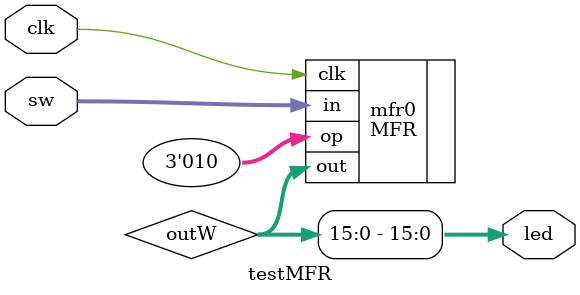
<source format=v>
`timescale 1ns / 1ps


module testMFR(
    input clk,
    input [15:0] sw,
    output [15:0] led
    );
    
wire [31:0] outW;
    
MFR mfr0(
    .in(sw),
    .op(3'b010),
    .clk(clk),
    .out(outW)
);

assign led = outW[15:0];

endmodule

</source>
